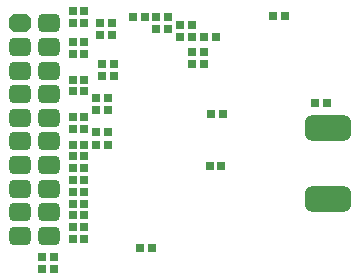
<source format=gbr>
%TF.GenerationSoftware,Altium Limited,Altium Designer,24.3.1 (35)*%
G04 Layer_Color=16711935*
%FSLAX45Y45*%
%MOMM*%
%TF.SameCoordinates,49A6F1C3-9DA9-4727-8ECF-3BB51FF8743F*%
%TF.FilePolarity,Negative*%
%TF.FileFunction,Soldermask,Bot*%
%TF.Part,Single*%
G01*
G75*
%TA.AperFunction,ConnectorPad*%
G04:AMPARAMS|DCode=60|XSize=2.15mm|YSize=3.95mm|CornerRadius=0.575mm|HoleSize=0mm|Usage=FLASHONLY|Rotation=270.000|XOffset=0mm|YOffset=0mm|HoleType=Round|Shape=RoundedRectangle|*
%AMROUNDEDRECTD60*
21,1,2.15000,2.80000,0,0,270.0*
21,1,1.00000,3.95000,0,0,270.0*
1,1,1.15000,-1.40000,-0.50000*
1,1,1.15000,-1.40000,0.50000*
1,1,1.15000,1.40000,0.50000*
1,1,1.15000,1.40000,-0.50000*
%
%ADD60ROUNDEDRECTD60*%
%TA.AperFunction,SMDPad,CuDef*%
G04:AMPARAMS|DCode=61|XSize=0.75mm|YSize=0.75mm|CornerRadius=0.225mm|HoleSize=0mm|Usage=FLASHONLY|Rotation=270.000|XOffset=0mm|YOffset=0mm|HoleType=Round|Shape=RoundedRectangle|*
%AMROUNDEDRECTD61*
21,1,0.75000,0.30000,0,0,270.0*
21,1,0.30000,0.75000,0,0,270.0*
1,1,0.45000,-0.15000,-0.15000*
1,1,0.45000,-0.15000,0.15000*
1,1,0.45000,0.15000,0.15000*
1,1,0.45000,0.15000,-0.15000*
%
%ADD61ROUNDEDRECTD61*%
%TA.AperFunction,ComponentPad*%
G04:AMPARAMS|DCode=62|XSize=1.55mm|YSize=1.85mm|CornerRadius=0mm|HoleSize=0mm|Usage=FLASHONLY|Rotation=270.000|XOffset=0mm|YOffset=0mm|HoleType=Round|Shape=Octagon|*
%AMOCTAGOND62*
4,1,8,0.92500,0.38750,0.92500,-0.38750,0.53750,-0.77500,-0.53750,-0.77500,-0.92500,-0.38750,-0.92500,0.38750,-0.53750,0.77500,0.53750,0.77500,0.92500,0.38750,0.0*
%
%ADD62OCTAGOND62*%

G04:AMPARAMS|DCode=63|XSize=1.55mm|YSize=1.85mm|CornerRadius=0.425mm|HoleSize=0mm|Usage=FLASHONLY|Rotation=270.000|XOffset=0mm|YOffset=0mm|HoleType=Round|Shape=RoundedRectangle|*
%AMROUNDEDRECTD63*
21,1,1.55000,1.00000,0,0,270.0*
21,1,0.70000,1.85000,0,0,270.0*
1,1,0.85000,-0.50000,-0.35000*
1,1,0.85000,-0.50000,0.35000*
1,1,0.85000,0.50000,0.35000*
1,1,0.85000,0.50000,-0.35000*
%
%ADD63ROUNDEDRECTD63*%
D60*
X2760000Y840000D02*
D03*
Y1440000D02*
D03*
D61*
X1770000Y1560000D02*
D03*
X1870000D02*
D03*
X700000Y700000D02*
D03*
X600000D02*
D03*
Y600000D02*
D03*
X700000D02*
D03*
X1210000Y2380000D02*
D03*
X1110000D02*
D03*
X1710000Y2080000D02*
D03*
X1610000D02*
D03*
X440000Y250000D02*
D03*
X340000D02*
D03*
X2750000Y1650000D02*
D03*
X2650000D02*
D03*
X700000Y1100000D02*
D03*
X600000D02*
D03*
X700000Y1850000D02*
D03*
X600000D02*
D03*
X699999Y2429999D02*
D03*
X599999D02*
D03*
X930000Y2330000D02*
D03*
X830000D02*
D03*
X950000Y1980000D02*
D03*
X850000D02*
D03*
X700000Y2170000D02*
D03*
X600000D02*
D03*
X1410000Y2380000D02*
D03*
X1310000D02*
D03*
X1610000Y2310000D02*
D03*
X1510000D02*
D03*
X900000Y1690000D02*
D03*
X800000D02*
D03*
X1810000Y2210000D02*
D03*
X1710000D02*
D03*
X700000Y900000D02*
D03*
X600000D02*
D03*
X700000Y1300000D02*
D03*
X600000D02*
D03*
X900000Y1410000D02*
D03*
X800000D02*
D03*
X2300000Y2390000D02*
D03*
X2400000D02*
D03*
X700000Y1530000D02*
D03*
X600000D02*
D03*
X600000Y1750000D02*
D03*
X700000D02*
D03*
X1510000Y2210000D02*
D03*
X1610000D02*
D03*
X600000Y1430000D02*
D03*
X700000D02*
D03*
X1310000Y2280000D02*
D03*
X1410000D02*
D03*
X800000Y1590000D02*
D03*
X900000D02*
D03*
X600000Y2330000D02*
D03*
X700000D02*
D03*
X930000Y2230000D02*
D03*
X830000D02*
D03*
X700000Y500000D02*
D03*
X600000D02*
D03*
Y1000000D02*
D03*
X700000D02*
D03*
X440000Y350000D02*
D03*
X340000D02*
D03*
X1610000Y1980000D02*
D03*
X1710000D02*
D03*
X700000Y800000D02*
D03*
X600000D02*
D03*
X950000Y1880000D02*
D03*
X850000D02*
D03*
X700000Y2070000D02*
D03*
X600000D02*
D03*
X1760000Y1120000D02*
D03*
X1860000D02*
D03*
X600000Y1200000D02*
D03*
X700000D02*
D03*
X1170000Y420000D02*
D03*
X1270000D02*
D03*
X800000Y1300000D02*
D03*
X900000D02*
D03*
D62*
X157000Y2326000D02*
D03*
D63*
Y2126000D02*
D03*
Y1926000D02*
D03*
Y1726000D02*
D03*
Y1526000D02*
D03*
Y1326000D02*
D03*
Y1126000D02*
D03*
X403000Y2326000D02*
D03*
Y2126000D02*
D03*
Y1926000D02*
D03*
Y1726000D02*
D03*
Y1526000D02*
D03*
Y1326000D02*
D03*
Y1126000D02*
D03*
X157000Y926000D02*
D03*
Y726000D02*
D03*
X403000Y926000D02*
D03*
Y726000D02*
D03*
X157000Y526000D02*
D03*
X403000D02*
D03*
%TF.MD5,561999a1d1c5cfd3ee9f1c9790b88ee9*%
M02*

</source>
